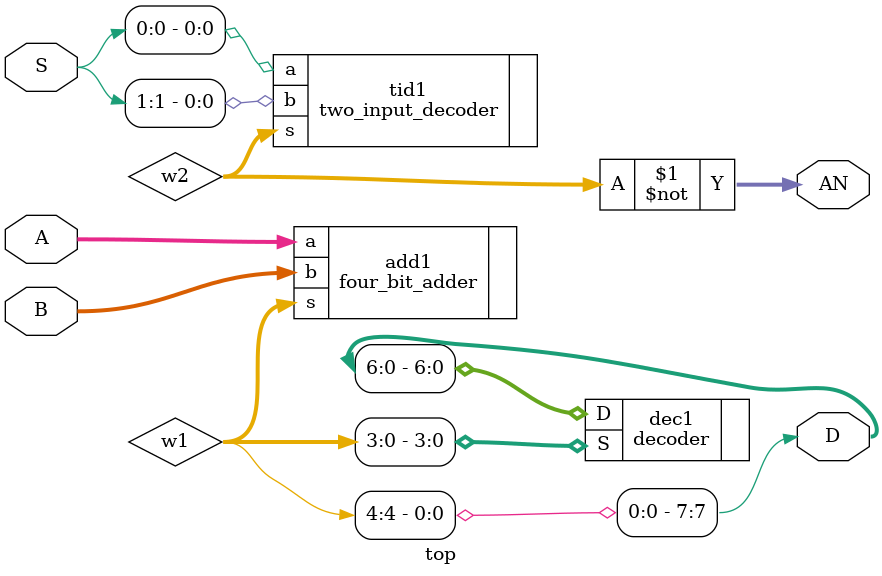
<source format=v>
`timescale 1ns / 1ps


module top(
    input [1:0] S,
    input [3:0] A,
    input [3:0] B,
    output [7:0] D,
    output [3:0] AN
    );
    
    wire [4:0] w1;
    wire [3:0] w2;
    four_bit_adder add1 (.a(A),.b(B),.s(w1));
    decoder dec1 (.D(D[6:0]),.S(w1[3:0]));
    
    two_input_decoder tid1 (.a(S[0]),.b(S[1]),.s(w2));
    assign AN = ~w2;
    
    assign D[7] = w1[4];
    
    
    
endmodule

</source>
